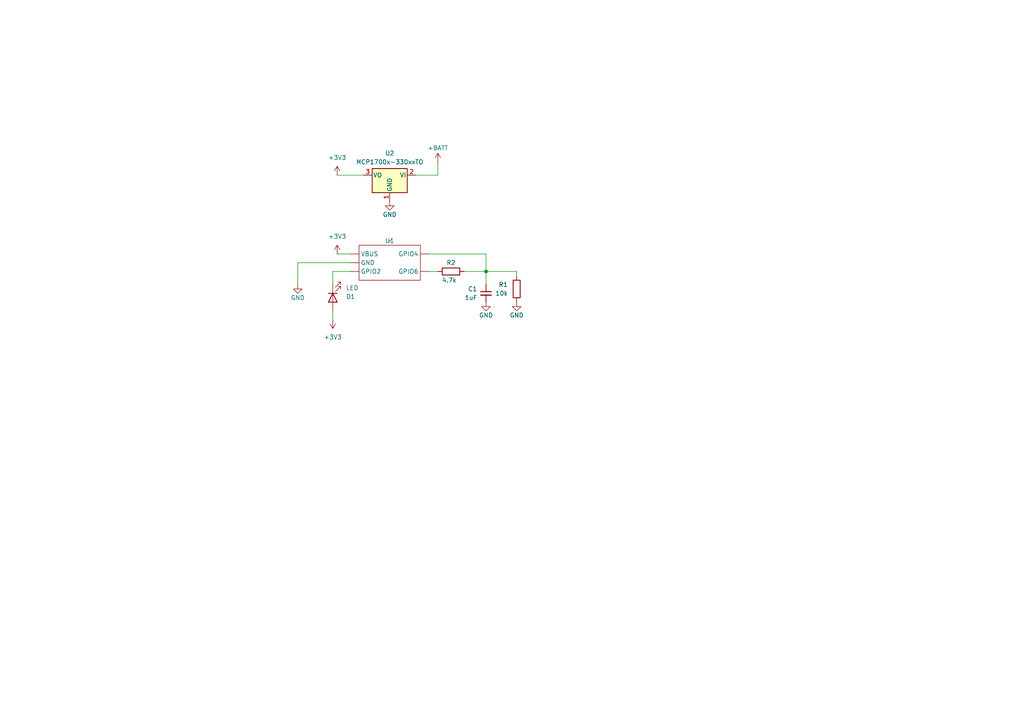
<source format=kicad_sch>
(kicad_sch (version 20231120) (generator "eeschema") (generator_version "8.0")
  (paper "A4")
  (lib_symbols
    (symbol "Device:C_Small" (pin_numbers hide) (pin_names (offset 0.254) hide)
      (property "Reference" "C" (at 0.254 1.778 0))
      (property "Value" "C_Small" (at 0.254 -2.032 0))
      (symbol "C_Small_0_1"
        (polyline (pts (xy -1.524 -0.508) (xy 1.524 -0.508)) (stroke (width 0.3302)))
        (polyline (pts (xy -1.524 0.508) (xy 1.524 0.508)) (stroke (width 0.3048)))
      )
      (symbol "C_Small_1_1"
        (pin passive line (at 0 2.54 270) (length 2.032) (name "~") (number "1"))
        (pin passive line (at 0 -2.54 90) (length 2.032) (name "~") (number "2"))
      )
    )
    (symbol "Device:LED" (pin_numbers hide) (pin_names (offset 1.016) hide)
      (property "Reference" "D" (at 0 2.54 0))
      (property "Value" "LED" (at 0 -2.54 0))
      (symbol "LED_0_1"
        (polyline (pts (xy -1.27 -1.27) (xy -1.27 1.27)) (stroke (width 0.254)))
        (polyline (pts (xy -1.27 0) (xy 1.27 0)))
        (polyline (pts (xy 1.27 -1.27) (xy 1.27 1.27) (xy -1.27 0) (xy 1.27 -1.27)) (stroke (width 0.254)))
        (polyline (pts (xy -3.048 -0.762) (xy -4.572 -2.286) (xy -3.81 -2.286) (xy -4.572 -2.286) (xy -4.572 -1.524)))
        (polyline (pts (xy -1.778 -0.762) (xy -3.302 -2.286) (xy -2.54 -2.286) (xy -3.302 -2.286) (xy -3.302 -1.524)))
      )
      (symbol "LED_1_1"
        (pin passive line (at -3.81 0 0) (length 2.54) (name "K") (number "1"))
        (pin passive line (at 3.81 0 180) (length 2.54) (name "A") (number "2"))
      )
    )
    (symbol "Device:R" (pin_numbers hide) (pin_names (offset 0))
      (property "Reference" "R" (at 2.032 0 90))
      (property "Value" "R" (at 0 0 90))
      (symbol "R_0_1"
        (rectangle (start -1.016 -2.54) (end 1.016 2.54) (stroke (width 0.254)))
      )
      (symbol "R_1_1"
        (pin passive line (at 0 3.81 270) (length 1.27) (name "~") (number "1"))
        (pin passive line (at 0 -3.81 90) (length 1.27) (name "~") (number "2"))
      )
    )
    (symbol "Regulator_Linear:MCP1700x-330xxTO" (pin_names (offset 0.254))
      (property "Reference" "U" (at -3.81 -3.175 0))
      (property "Value" "MCP1700x-330xxTO" (at 0 -3.175 0))
      (symbol "MCP1700x-330xxTO_0_1"
        (rectangle (start -5.08 5.08) (end 5.08 -1.905) (stroke (width 0.254)) (fill (type background)))
      )
      (symbol "MCP1700x-330xxTO_1_1"
        (pin power_in line (at 0 7.62 270) (length 2.54) (name "GND") (number "1"))
        (pin power_in line (at -7.62 0 0) (length 2.54) (name "VI") (number "2"))
        (pin power_out line (at 7.62 0 180) (length 2.54) (name "VO") (number "3"))
      )
    )
    (symbol "custom:S2_MINI"
      (property "Reference" "U" (at 0 0 0))
      (symbol "S2_MINI_0_1"
        (rectangle (start -8.89 -2.54) (end 8.89 -12.7))
      )
      (symbol "S2_MINI_1_1"
        (pin input line (at -11.43 -7.62 0) (length 2.54) (name "GND") (number ""))
        (pin input line (at -11.43 -10.16 0) (length 2.54) (name "GPIO2") (number ""))
        (pin output line (at 11.43 -5.08 180) (length 2.54) (name "GPIO4") (number ""))
        (pin output line (at 11.43 -10.16 180) (length 2.54) (name "GPIO6") (number ""))
        (pin input line (at -11.43 -5.08 0) (length 2.54) (name "VBUS") (number ""))
      )
    )
    (symbol "power:+3V3" (power) (pin_numbers hide) (pin_names (offset 0) hide)
      (property "Value" "+3V3" (at 0 3.556 0))
      (symbol "+3V3_0_1"
        (polyline (pts (xy -0.762 1.27) (xy 0 2.54)))
        (polyline (pts (xy 0 0) (xy 0 2.54)))
        (polyline (pts (xy 0 2.54) (xy 0.762 1.27)))
      )
      (symbol "+3V3_1_1"
        (pin power_in line (at 0 0 90) (length 0) (name "~") (number "1"))
      )
    )
    (symbol "power:+BATT" (power) (pin_numbers hide) (pin_names (offset 0) hide)
      (property "Value" "+BATT" (at 0 3.556 0))
      (symbol "+BATT_0_1"
        (polyline (pts (xy -0.762 1.27) (xy 0 2.54)))
        (polyline (pts (xy 0 0) (xy 0 2.54)))
        (polyline (pts (xy 0 2.54) (xy 0.762 1.27)))
      )
      (symbol "+BATT_1_1"
        (pin power_in line (at 0 0 90) (length 0) (name "~") (number "1"))
      )
    )
    (symbol "power:GND" (power) (pin_numbers hide) (pin_names (offset 0) hide)
      (property "Value" "GND" (at 0 -3.81 0))
      (symbol "GND_0_1"
        (polyline (pts (xy 0 0) (xy 0 -1.27) (xy 1.27 -1.27) (xy 0 -2.54) (xy -1.27 -1.27) (xy 0 -1.27)))
      )
      (symbol "GND_1_1"
        (pin power_in line (at 0 0 270) (length 0) (name "~") (number "1"))
      )
    )
  )
  (junction (at 140.97 78.74))
  (wire (pts (xy 105.41 50.8) (xy 97.79 50.8)))
  (wire (pts (xy 86.36 82.55) (xy 86.36 76.2)))
  (wire (pts (xy 140.97 82.55) (xy 140.97 78.74)))
  (wire (pts (xy 124.46 73.66) (xy 140.97 73.66)))
  (wire (pts (xy 140.97 73.66) (xy 140.97 78.74)))
  (wire (pts (xy 96.52 82.55) (xy 96.52 78.74)))
  (wire (pts (xy 149.86 78.74) (xy 149.86 80.01)))
  (wire (pts (xy 97.79 73.66) (xy 101.6 73.66)))
  (wire (pts (xy 127 46.99) (xy 127 50.8)))
  (wire (pts (xy 96.52 78.74) (xy 101.6 78.74)))
  (wire (pts (xy 134.62 78.74) (xy 140.97 78.74)))
  (wire (pts (xy 140.97 78.74) (xy 149.86 78.74)))
  (wire (pts (xy 96.52 92.71) (xy 96.52 90.17)))
  (wire (pts (xy 86.36 76.2) (xy 101.6 76.2)))
  (wire (pts (xy 127 50.8) (xy 120.65 50.8)))
  (wire (pts (xy 124.46 78.74) (xy 127 78.74)))
  (symbol (lib_id "power:GND") (at 113.03 58.42 0) (unit 1)
    (property "Reference" "#PWR01" (effects (hide yes)))
    (property "Value" "GND" (at 113.03 62.23 0))
    (property "Description" "Power symbol creates a global label with name \"GND\" , ground" (effects (hide yes)))
  )
  (symbol (lib_id "Device:C_Small") (at 140.97 85.09 0) (mirror y) (unit 1)
    (property "Reference" "C1" (at 138.43 83.82 0) (effects (justify left)))
    (property "Value" "1uF" (at 138.43 86.36 0) (effects (justify left)))
    (property "Description" "Unpolarized capacitor, small symbol" (effects (hide yes)))
  )
  (symbol (lib_id "power:GND") (at 140.97 87.63 0) (unit 1)
    (property "Reference" "#PWR04" (effects (hide yes)))
    (property "Value" "GND" (at 140.97 91.44 0))
    (property "Description" "Power symbol creates a global label with name \"GND\" , ground" (effects (hide yes)))
  )
  (symbol (lib_id "power:GND") (at 86.36 82.55 0) (unit 1)
    (property "Reference" "#PWR02" (effects (hide yes)))
    (property "Value" "GND" (at 86.36 86.36 0))
    (property "Description" "Power symbol creates a global label with name \"GND\" , ground" (effects (hide yes)))
  )
  (symbol (lib_id "power:+3V3") (at 97.79 73.66 0) (unit 1)
    (property "Reference" "#PWR07" (effects (hide yes)))
    (property "Value" "+3V3" (at 97.79 68.58 0))
    (property "Description" "Power symbol creates a global label with name \"+3V3\"" (effects (hide yes)))
  )
  (symbol (lib_id "power:+BATT") (at 127 46.99 0) (unit 1)
    (property "Reference" "#PWR03" (effects (hide yes)))
    (property "Value" "+BATT" (at 127 42.926 0))
    (property "Description" "Power symbol creates a global label with name \"+BATT\"" (effects (hide yes)))
  )
  (symbol (lib_id "custom:S2_MINI") (at 113.03 68.58 0) (unit 1)
    (property "Reference" "U1" (at 113.03 69.85 0))
    (property "Value" "~" (at 113.03 69.85 0))
  )
  (symbol (lib_id "power:+3V3") (at 97.79 50.8 0) (unit 1)
    (property "Reference" "#PWR06" (effects (hide yes)))
    (property "Value" "+3V3" (at 97.79 45.72 0))
    (property "Description" "Power symbol creates a global label with name \"+3V3\"" (effects (hide yes)))
  )
  (symbol (lib_id "Regulator_Linear:MCP1700x-330xxTO") (at 113.03 50.8 180) (unit 1)
    (property "Reference" "U2" (at 113.03 44.45 0))
    (property "Value" "MCP1700x-330xxTO" (at 113.03 46.99 0))
    (property "Footprint" "Package_TO_SOT_THT:TO-92_Inline" (effects (hide yes)))
    (property "Datasheet" "http://ww1.microchip.com/downloads/en/DeviceDoc/20001826D.pdf" (effects (hide yes)))
    (property "Description" "250mA Low Quiscent Current LDO, 3.3V output, TO-92" (effects (hide yes)))
  )
  (symbol (lib_id "Device:R") (at 149.86 83.82 0) (mirror y) (unit 1)
    (property "Reference" "R1" (at 147.32 82.5499 0) (effects (justify left)))
    (property "Value" "10k" (at 147.32 85.0899 0) (effects (justify left)))
    (property "Description" "Resistor" (effects (hide yes)))
  )
  (symbol (lib_id "power:+3V3") (at 96.52 92.71 180) (unit 1)
    (property "Reference" "#PWR08" (effects (hide yes)))
    (property "Value" "+3V3" (at 96.52 97.79 0))
    (property "Description" "Power symbol creates a global label with name \"+3V3\"" (effects (hide yes)))
  )
  (symbol (lib_id "Device:LED") (at 96.52 86.36 90) (mirror x) (unit 1)
    (property "Reference" "D1" (at 100.33 86.0426 90) (effects (justify right)))
    (property "Value" "LED" (at 100.33 83.5026 90) (effects (justify right)))
    (property "Description" "Light emitting diode" (effects (hide yes)))
  )
  (symbol (lib_id "Device:R") (at 130.81 78.74 90) (unit 1)
    (property "Reference" "R2" (at 130.81 76.2 90))
    (property "Value" "4.7k" (at 130.302 81.28 90))
    (property "Description" "Resistor" (effects (hide yes)))
  )
  (symbol (lib_id "power:GND") (at 149.86 87.63 0) (unit 1)
    (property "Reference" "#PWR05" (effects (hide yes)))
    (property "Value" "GND" (at 149.86 91.44 0))
    (property "Description" "Power symbol creates a global label with name \"GND\" , ground" (effects (hide yes)))
  )
)
</source>
